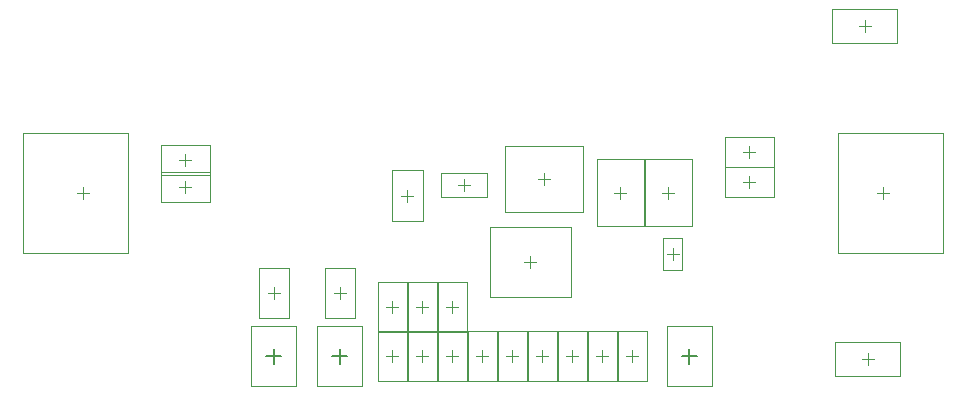
<source format=gbr>
%TF.GenerationSoftware,Altium Limited,CircuitMaker,2.0.2 (2.0.2.40)*%
G04 Layer_Color=15314666*
%FSLAX25Y25*%
%MOIN*%
%TF.SameCoordinates,4CCF3E00-E941-4990-BDAE-273065C54DFB*%
%TF.FilePolarity,Positive*%
%TF.FileFunction,Other,Courtyard_Top*%
%TF.Part,Single*%
G01*
G75*
%TA.AperFunction,NonConductor*%
%ADD78C,0.00394*%
%ADD79C,0.00197*%
%ADD80C,0.00500*%
%ADD81C,0.00200*%
D78*
X225532Y178000D02*
X229468D01*
X227500Y176031D02*
Y179969D01*
X268500Y153866D02*
Y157803D01*
X266531Y155835D02*
X270468D01*
X222500Y122531D02*
Y126469D01*
X220532Y124500D02*
X224468D01*
X232500Y122531D02*
Y126469D01*
X230532Y124500D02*
X234469D01*
X242500Y122531D02*
Y126469D01*
X240531Y124500D02*
X244468D01*
X242500Y139032D02*
Y142968D01*
X240531Y141000D02*
X244468D01*
X232500Y139032D02*
Y142968D01*
X230532Y141000D02*
X234469D01*
X222500Y139032D02*
Y142968D01*
X220532Y141000D02*
X224468D01*
X205000Y143532D02*
Y147468D01*
X203031Y145500D02*
X206968D01*
X183000Y143532D02*
Y147468D01*
X181032Y145500D02*
X184968D01*
X302500Y122531D02*
Y126469D01*
X300532Y124500D02*
X304468D01*
X250532D02*
X254468D01*
X252500Y122531D02*
Y126469D01*
X260531Y124500D02*
X264469D01*
X262500Y122531D02*
Y126469D01*
X298500Y177032D02*
Y180968D01*
X296532Y179000D02*
X300468D01*
X314500Y177032D02*
Y180968D01*
X312531Y179000D02*
X316469D01*
X280532Y124500D02*
X284469D01*
X282500Y122531D02*
Y126469D01*
X270532Y124500D02*
X274468D01*
X272500Y122531D02*
Y126469D01*
X244531Y181500D02*
X248468D01*
X246500Y179532D02*
Y183468D01*
X273000Y181500D02*
Y185500D01*
X271000Y183500D02*
X275000D01*
X316000Y156532D02*
Y160468D01*
X314032Y158500D02*
X317969D01*
X381000Y121531D02*
Y125469D01*
X379031Y123500D02*
X382968D01*
X380000Y232531D02*
Y236469D01*
X378031Y234500D02*
X381968D01*
X292500Y122531D02*
Y126469D01*
X290531Y124500D02*
X294468D01*
X386000Y177000D02*
Y181000D01*
X384000Y179000D02*
X388000D01*
X341500Y180532D02*
Y184468D01*
X339531Y182500D02*
X343468D01*
X341500Y190532D02*
Y194468D01*
X339531Y192500D02*
X343468D01*
X119500Y177000D02*
Y181000D01*
X117500Y179000D02*
X121500D01*
X153500Y179032D02*
Y182968D01*
X151532Y181000D02*
X155468D01*
X153500Y188031D02*
Y191969D01*
X151532Y190000D02*
X155468D01*
D79*
X232618Y169535D02*
Y186465D01*
X222382Y169535D02*
Y186465D01*
X232618D01*
X222382Y169535D02*
X232618D01*
X254917Y167449D02*
X282083D01*
X254917Y144220D02*
X282083D01*
Y167449D01*
X254917Y144220D02*
Y167449D01*
X217579Y132768D02*
X227421D01*
X217579Y116232D02*
X227421D01*
Y132768D01*
X217579Y116232D02*
Y132768D01*
X227579D02*
X237421D01*
X227579Y116232D02*
X237421D01*
Y132768D01*
X227579Y116232D02*
Y132768D01*
X237579D02*
X247421D01*
X237579Y116232D02*
X247421D01*
Y132768D01*
X237579Y116232D02*
Y132768D01*
Y149268D02*
X247421D01*
X237579Y132732D02*
X247421D01*
Y149268D01*
X237579Y132732D02*
Y149268D01*
X227579D02*
X237421D01*
X227579Y132732D02*
X237421D01*
Y149268D01*
X227579Y132732D02*
Y149268D01*
X217579D02*
X227421D01*
X217579Y132732D02*
X227421D01*
Y149268D01*
X217579Y132732D02*
Y149268D01*
X200079Y153768D02*
X209921D01*
X200079Y137232D02*
X209921D01*
Y153768D01*
X200079Y137232D02*
Y153768D01*
X178079D02*
X187921D01*
X178079Y137232D02*
X187921D01*
Y153768D01*
X178079Y137232D02*
Y153768D01*
X297579Y132768D02*
X307421D01*
X297579Y116232D02*
X307421D01*
Y132768D01*
X297579Y116232D02*
Y132768D01*
X247579Y116232D02*
Y132768D01*
X257421Y116232D02*
Y132768D01*
X247579Y116232D02*
X257421D01*
X247579Y132768D02*
X257421D01*
X257579Y116232D02*
Y132768D01*
X267421Y116232D02*
Y132768D01*
X257579Y116232D02*
X267421D01*
X257579Y132768D02*
X267421D01*
X290626Y190220D02*
X306374D01*
X290626Y167780D02*
X306374D01*
Y190220D01*
X290626Y167780D02*
Y190220D01*
X306626D02*
X322374D01*
X306626Y167780D02*
X322374D01*
Y190220D01*
X306626Y167780D02*
Y190220D01*
X287421Y116232D02*
Y132768D01*
X277579Y116232D02*
Y132768D01*
X287421D01*
X277579Y116232D02*
X287421D01*
X267579Y116232D02*
Y132768D01*
X277421Y116232D02*
Y132768D01*
X267579Y116232D02*
X277421D01*
X267579Y132768D02*
X277421D01*
X238823Y177563D02*
Y185437D01*
X254177Y177563D02*
Y185437D01*
X238823D02*
X254177D01*
X238823Y177563D02*
X254177D01*
X260000Y194500D02*
X286000D01*
Y172500D02*
Y194500D01*
X260000Y172500D02*
X286000D01*
X260000D02*
Y194500D01*
X312850Y153185D02*
X319150D01*
X312850Y163815D02*
X319150D01*
X312850Y153185D02*
Y163815D01*
X319150Y153185D02*
Y163815D01*
X370173Y129209D02*
X391827D01*
X370173Y117791D02*
X391827D01*
X370173D02*
Y129209D01*
X391827Y117791D02*
Y129209D01*
X369173Y240209D02*
X390827D01*
X369173Y228791D02*
X390827D01*
X369173D02*
Y240209D01*
X390827Y228791D02*
Y240209D01*
X287579Y116232D02*
X297421D01*
X287579Y132768D02*
X297421D01*
X287579Y116232D02*
Y132768D01*
X297421Y116232D02*
Y132768D01*
X371000Y159000D02*
X406000D01*
Y199000D01*
X371000D02*
X406000D01*
X371000Y159000D02*
Y199000D01*
X333232Y177579D02*
X349768D01*
X333232Y187421D02*
X349768D01*
Y177579D02*
Y187421D01*
X333232Y177579D02*
Y187421D01*
Y187579D02*
X349768D01*
X333232Y197421D02*
X349768D01*
Y187579D02*
Y197421D01*
X333232Y187579D02*
Y197421D01*
X99500Y199000D02*
X134500D01*
X99500Y159000D02*
Y199000D01*
Y159000D02*
X134500D01*
Y199000D01*
X145232Y176079D02*
X161768D01*
X145232Y185921D02*
X161768D01*
Y176079D02*
Y185921D01*
X145232Y176079D02*
Y185921D01*
Y185079D02*
X161768D01*
X145232Y194921D02*
X161768D01*
Y185079D02*
Y194921D01*
X145232Y185079D02*
Y194921D01*
D80*
X205000Y122000D02*
Y127000D01*
X202500Y124500D02*
X207500D01*
X183000Y122000D02*
Y127000D01*
X180500Y124500D02*
X185500D01*
X321500Y122000D02*
Y127000D01*
X319000Y124500D02*
X324000D01*
D81*
X197500Y134500D02*
X212500D01*
X197500Y114500D02*
Y134500D01*
Y114500D02*
X212500D01*
Y134500D01*
X175500D02*
X190500D01*
X175500Y114500D02*
Y134500D01*
Y114500D02*
X190500D01*
Y134500D01*
X314000D02*
X329000D01*
X314000Y114500D02*
Y134500D01*
Y114500D02*
X329000D01*
Y134500D01*
%TF.MD5,7dbd6054ab80bdbb64d077b056002d0c*%
M02*

</source>
